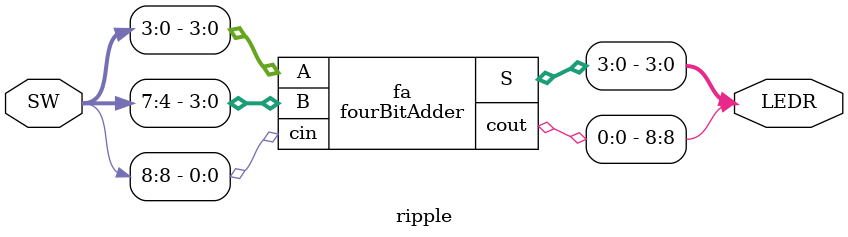
<source format=v>
module fullAdder(A, B, cin, S, cout);
	input A, B, cin;
	output S, cout;
	assign cout = (A & B) | ((A ^ B) & cin);
	assign S = A ^ B ^ cin;
endmodule

module fourBitAdder(A, B, cin, S, cout);
	input [3:0] A;
	input [3:0] B;
	input cin;
	
	output [3:0] S;
	output cout;

	// wire [3:0] ci;
	wire c1;
	wire c2;
	wire c3;

	fullAdder fa1(
		.A(A[0]),
		.B(B[0]),
		.S(S[0]),
		.cin(cin),
		.cout(c1)
		//.cout(ci[0])
	);
	fullAdder fa2(
		.A(A[1]),
		.B(B[1]),
		.S(S[1]),
		.cin(c1),
		//.cin(ci[0]),
		.cout(c2)
		//.cout(ci[1])
	);
	fullAdder fa3(
		.A(A[2]),
		.B(B[2]),
		.S(S[2]),
		//.cin(ci[2]),
		.cin(c2),
		.cout(c3)
		//.cout(ci[2])
	);
	fullAdder fa4(
		.A(A[3]),
		.B(B[3]),
		.S(S[3]),
		.cin(c3),
		//.cin(ci[2]),
		.cout(cout)
		//.cout(cout)
	);
endmodule

// main call to Adder
module ripple(SW, LEDR);
	input [9:0] SW;
	output [9:0] LEDR;

	fourBitAdder fa(
		.A(SW[3:0]),
		.B(SW[7:4]),
		.S(LEDR[3:0]),
		.cin(SW[8]),
		.cout(LEDR[8])
	);
endmodule

</source>
